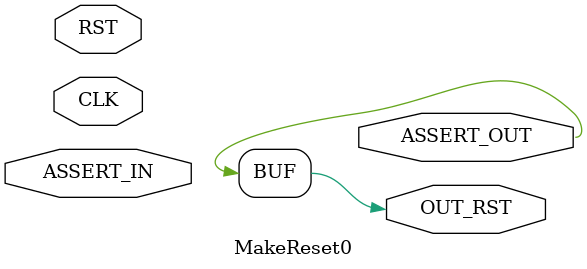
<source format=v>

`ifdef BSV_ASSIGNMENT_DELAY
`else
  `define BSV_ASSIGNMENT_DELAY
`endif

`ifdef BSV_POSITIVE_RESET
  `define BSV_RESET_VALUE 1'b1
  `define BSV_RESET_EDGE posedge
`else
  `define BSV_RESET_VALUE 1'b0
  `define BSV_RESET_EDGE negedge
`endif



module MakeReset0 (
		  CLK,
		  RST,
                  ASSERT_IN,
		  ASSERT_OUT,

                  OUT_RST
                  );

   parameter          init = 1 ;

   input              CLK ;
   input              RST ;
   input              ASSERT_IN ;
   output             ASSERT_OUT ;

   output             OUT_RST ;

   assign OUT_RST = ASSERT_OUT;

endmodule // MakeReset0

</source>
